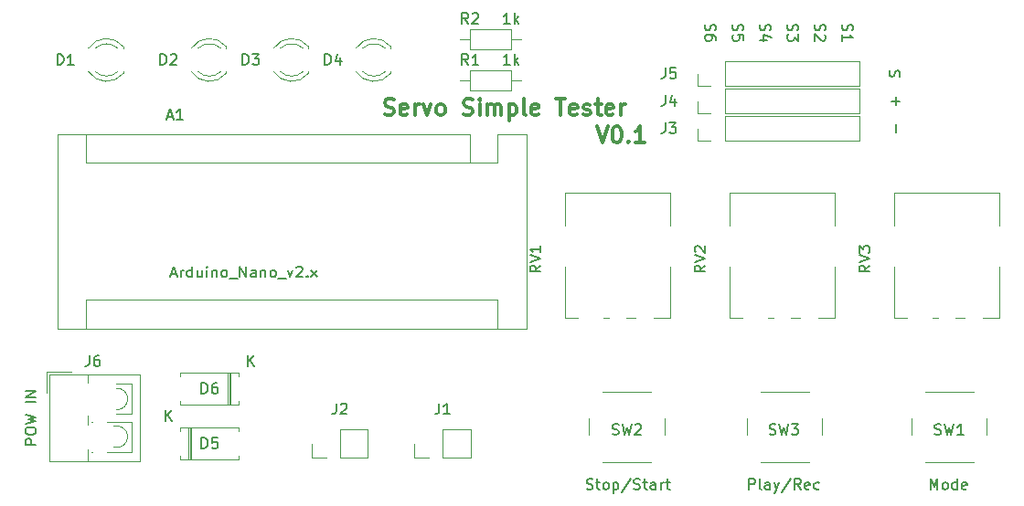
<source format=gbr>
%TF.GenerationSoftware,KiCad,Pcbnew,(5.1.9)-1*%
%TF.CreationDate,2021-09-21T00:59:16-04:00*%
%TF.ProjectId,Servo-Simple-Tester-ver-0.1,53657276-6f2d-4536-996d-706c652d5465,rev?*%
%TF.SameCoordinates,Original*%
%TF.FileFunction,Legend,Top*%
%TF.FilePolarity,Positive*%
%FSLAX46Y46*%
G04 Gerber Fmt 4.6, Leading zero omitted, Abs format (unit mm)*
G04 Created by KiCad (PCBNEW (5.1.9)-1) date 2021-09-21 00:59:16*
%MOMM*%
%LPD*%
G01*
G04 APERTURE LIST*
%ADD10C,0.300000*%
%ADD11C,0.150000*%
%ADD12C,0.120000*%
G04 APERTURE END LIST*
D10*
X114658571Y-93947142D02*
X114872857Y-94018571D01*
X115229999Y-94018571D01*
X115372857Y-93947142D01*
X115444285Y-93875714D01*
X115515714Y-93732857D01*
X115515714Y-93590000D01*
X115444285Y-93447142D01*
X115372857Y-93375714D01*
X115229999Y-93304285D01*
X114944285Y-93232857D01*
X114801428Y-93161428D01*
X114729999Y-93090000D01*
X114658571Y-92947142D01*
X114658571Y-92804285D01*
X114729999Y-92661428D01*
X114801428Y-92590000D01*
X114944285Y-92518571D01*
X115301428Y-92518571D01*
X115515714Y-92590000D01*
X116729999Y-93947142D02*
X116587142Y-94018571D01*
X116301428Y-94018571D01*
X116158571Y-93947142D01*
X116087142Y-93804285D01*
X116087142Y-93232857D01*
X116158571Y-93090000D01*
X116301428Y-93018571D01*
X116587142Y-93018571D01*
X116729999Y-93090000D01*
X116801428Y-93232857D01*
X116801428Y-93375714D01*
X116087142Y-93518571D01*
X117444285Y-94018571D02*
X117444285Y-93018571D01*
X117444285Y-93304285D02*
X117515714Y-93161428D01*
X117587142Y-93090000D01*
X117729999Y-93018571D01*
X117872857Y-93018571D01*
X118229999Y-93018571D02*
X118587142Y-94018571D01*
X118944285Y-93018571D01*
X119729999Y-94018571D02*
X119587142Y-93947142D01*
X119515714Y-93875714D01*
X119444285Y-93732857D01*
X119444285Y-93304285D01*
X119515714Y-93161428D01*
X119587142Y-93090000D01*
X119729999Y-93018571D01*
X119944285Y-93018571D01*
X120087142Y-93090000D01*
X120158571Y-93161428D01*
X120229999Y-93304285D01*
X120229999Y-93732857D01*
X120158571Y-93875714D01*
X120087142Y-93947142D01*
X119944285Y-94018571D01*
X119729999Y-94018571D01*
X121944285Y-93947142D02*
X122158571Y-94018571D01*
X122515714Y-94018571D01*
X122658571Y-93947142D01*
X122729999Y-93875714D01*
X122801428Y-93732857D01*
X122801428Y-93590000D01*
X122729999Y-93447142D01*
X122658571Y-93375714D01*
X122515714Y-93304285D01*
X122229999Y-93232857D01*
X122087142Y-93161428D01*
X122015714Y-93090000D01*
X121944285Y-92947142D01*
X121944285Y-92804285D01*
X122015714Y-92661428D01*
X122087142Y-92590000D01*
X122229999Y-92518571D01*
X122587142Y-92518571D01*
X122801428Y-92590000D01*
X123444285Y-94018571D02*
X123444285Y-93018571D01*
X123444285Y-92518571D02*
X123372857Y-92590000D01*
X123444285Y-92661428D01*
X123515714Y-92590000D01*
X123444285Y-92518571D01*
X123444285Y-92661428D01*
X124158571Y-94018571D02*
X124158571Y-93018571D01*
X124158571Y-93161428D02*
X124230000Y-93090000D01*
X124372857Y-93018571D01*
X124587142Y-93018571D01*
X124730000Y-93090000D01*
X124801428Y-93232857D01*
X124801428Y-94018571D01*
X124801428Y-93232857D02*
X124872857Y-93090000D01*
X125015714Y-93018571D01*
X125230000Y-93018571D01*
X125372857Y-93090000D01*
X125444285Y-93232857D01*
X125444285Y-94018571D01*
X126158571Y-93018571D02*
X126158571Y-94518571D01*
X126158571Y-93090000D02*
X126301428Y-93018571D01*
X126587142Y-93018571D01*
X126730000Y-93090000D01*
X126801428Y-93161428D01*
X126872857Y-93304285D01*
X126872857Y-93732857D01*
X126801428Y-93875714D01*
X126730000Y-93947142D01*
X126587142Y-94018571D01*
X126301428Y-94018571D01*
X126158571Y-93947142D01*
X127729999Y-94018571D02*
X127587142Y-93947142D01*
X127515714Y-93804285D01*
X127515714Y-92518571D01*
X128872857Y-93947142D02*
X128729999Y-94018571D01*
X128444285Y-94018571D01*
X128301428Y-93947142D01*
X128229999Y-93804285D01*
X128229999Y-93232857D01*
X128301428Y-93090000D01*
X128444285Y-93018571D01*
X128729999Y-93018571D01*
X128872857Y-93090000D01*
X128944285Y-93232857D01*
X128944285Y-93375714D01*
X128229999Y-93518571D01*
X130515714Y-92518571D02*
X131372857Y-92518571D01*
X130944285Y-94018571D02*
X130944285Y-92518571D01*
X132444285Y-93947142D02*
X132301428Y-94018571D01*
X132015714Y-94018571D01*
X131872857Y-93947142D01*
X131801428Y-93804285D01*
X131801428Y-93232857D01*
X131872857Y-93090000D01*
X132015714Y-93018571D01*
X132301428Y-93018571D01*
X132444285Y-93090000D01*
X132515714Y-93232857D01*
X132515714Y-93375714D01*
X131801428Y-93518571D01*
X133087142Y-93947142D02*
X133230000Y-94018571D01*
X133515714Y-94018571D01*
X133658571Y-93947142D01*
X133730000Y-93804285D01*
X133730000Y-93732857D01*
X133658571Y-93590000D01*
X133515714Y-93518571D01*
X133301428Y-93518571D01*
X133158571Y-93447142D01*
X133087142Y-93304285D01*
X133087142Y-93232857D01*
X133158571Y-93090000D01*
X133301428Y-93018571D01*
X133515714Y-93018571D01*
X133658571Y-93090000D01*
X134158571Y-93018571D02*
X134730000Y-93018571D01*
X134372857Y-92518571D02*
X134372857Y-93804285D01*
X134444285Y-93947142D01*
X134587142Y-94018571D01*
X134730000Y-94018571D01*
X135801428Y-93947142D02*
X135658571Y-94018571D01*
X135372857Y-94018571D01*
X135230000Y-93947142D01*
X135158571Y-93804285D01*
X135158571Y-93232857D01*
X135230000Y-93090000D01*
X135372857Y-93018571D01*
X135658571Y-93018571D01*
X135801428Y-93090000D01*
X135872857Y-93232857D01*
X135872857Y-93375714D01*
X135158571Y-93518571D01*
X136515714Y-94018571D02*
X136515714Y-93018571D01*
X136515714Y-93304285D02*
X136587142Y-93161428D01*
X136658571Y-93090000D01*
X136801428Y-93018571D01*
X136944285Y-93018571D01*
X134301428Y-95068571D02*
X134801428Y-96568571D01*
X135301428Y-95068571D01*
X136087142Y-95068571D02*
X136230000Y-95068571D01*
X136372857Y-95140000D01*
X136444285Y-95211428D01*
X136515714Y-95354285D01*
X136587142Y-95640000D01*
X136587142Y-95997142D01*
X136515714Y-96282857D01*
X136444285Y-96425714D01*
X136372857Y-96497142D01*
X136230000Y-96568571D01*
X136087142Y-96568571D01*
X135944285Y-96497142D01*
X135872857Y-96425714D01*
X135801428Y-96282857D01*
X135730000Y-95997142D01*
X135730000Y-95640000D01*
X135801428Y-95354285D01*
X135872857Y-95211428D01*
X135944285Y-95140000D01*
X136087142Y-95068571D01*
X137230000Y-96425714D02*
X137301428Y-96497142D01*
X137230000Y-96568571D01*
X137158571Y-96497142D01*
X137230000Y-96425714D01*
X137230000Y-96568571D01*
X138730000Y-96568571D02*
X137872857Y-96568571D01*
X138301428Y-96568571D02*
X138301428Y-95068571D01*
X138158571Y-95282857D01*
X138015714Y-95425714D01*
X137872857Y-95497142D01*
D11*
X144375238Y-85598095D02*
X144327619Y-85740952D01*
X144327619Y-85979047D01*
X144375238Y-86074285D01*
X144422857Y-86121904D01*
X144518095Y-86169523D01*
X144613333Y-86169523D01*
X144708571Y-86121904D01*
X144756190Y-86074285D01*
X144803809Y-85979047D01*
X144851428Y-85788571D01*
X144899047Y-85693333D01*
X144946666Y-85645714D01*
X145041904Y-85598095D01*
X145137142Y-85598095D01*
X145232380Y-85645714D01*
X145280000Y-85693333D01*
X145327619Y-85788571D01*
X145327619Y-86026666D01*
X145280000Y-86169523D01*
X145327619Y-87026666D02*
X145327619Y-86836190D01*
X145280000Y-86740952D01*
X145232380Y-86693333D01*
X145089523Y-86598095D01*
X144899047Y-86550476D01*
X144518095Y-86550476D01*
X144422857Y-86598095D01*
X144375238Y-86645714D01*
X144327619Y-86740952D01*
X144327619Y-86931428D01*
X144375238Y-87026666D01*
X144422857Y-87074285D01*
X144518095Y-87121904D01*
X144756190Y-87121904D01*
X144851428Y-87074285D01*
X144899047Y-87026666D01*
X144946666Y-86931428D01*
X144946666Y-86740952D01*
X144899047Y-86645714D01*
X144851428Y-86598095D01*
X144756190Y-86550476D01*
X146915238Y-85598095D02*
X146867619Y-85740952D01*
X146867619Y-85979047D01*
X146915238Y-86074285D01*
X146962857Y-86121904D01*
X147058095Y-86169523D01*
X147153333Y-86169523D01*
X147248571Y-86121904D01*
X147296190Y-86074285D01*
X147343809Y-85979047D01*
X147391428Y-85788571D01*
X147439047Y-85693333D01*
X147486666Y-85645714D01*
X147581904Y-85598095D01*
X147677142Y-85598095D01*
X147772380Y-85645714D01*
X147820000Y-85693333D01*
X147867619Y-85788571D01*
X147867619Y-86026666D01*
X147820000Y-86169523D01*
X147867619Y-87074285D02*
X147867619Y-86598095D01*
X147391428Y-86550476D01*
X147439047Y-86598095D01*
X147486666Y-86693333D01*
X147486666Y-86931428D01*
X147439047Y-87026666D01*
X147391428Y-87074285D01*
X147296190Y-87121904D01*
X147058095Y-87121904D01*
X146962857Y-87074285D01*
X146915238Y-87026666D01*
X146867619Y-86931428D01*
X146867619Y-86693333D01*
X146915238Y-86598095D01*
X146962857Y-86550476D01*
X149455238Y-85598095D02*
X149407619Y-85740952D01*
X149407619Y-85979047D01*
X149455238Y-86074285D01*
X149502857Y-86121904D01*
X149598095Y-86169523D01*
X149693333Y-86169523D01*
X149788571Y-86121904D01*
X149836190Y-86074285D01*
X149883809Y-85979047D01*
X149931428Y-85788571D01*
X149979047Y-85693333D01*
X150026666Y-85645714D01*
X150121904Y-85598095D01*
X150217142Y-85598095D01*
X150312380Y-85645714D01*
X150360000Y-85693333D01*
X150407619Y-85788571D01*
X150407619Y-86026666D01*
X150360000Y-86169523D01*
X150074285Y-87026666D02*
X149407619Y-87026666D01*
X150455238Y-86788571D02*
X149740952Y-86550476D01*
X149740952Y-87169523D01*
X151995238Y-85598095D02*
X151947619Y-85740952D01*
X151947619Y-85979047D01*
X151995238Y-86074285D01*
X152042857Y-86121904D01*
X152138095Y-86169523D01*
X152233333Y-86169523D01*
X152328571Y-86121904D01*
X152376190Y-86074285D01*
X152423809Y-85979047D01*
X152471428Y-85788571D01*
X152519047Y-85693333D01*
X152566666Y-85645714D01*
X152661904Y-85598095D01*
X152757142Y-85598095D01*
X152852380Y-85645714D01*
X152900000Y-85693333D01*
X152947619Y-85788571D01*
X152947619Y-86026666D01*
X152900000Y-86169523D01*
X152947619Y-86502857D02*
X152947619Y-87121904D01*
X152566666Y-86788571D01*
X152566666Y-86931428D01*
X152519047Y-87026666D01*
X152471428Y-87074285D01*
X152376190Y-87121904D01*
X152138095Y-87121904D01*
X152042857Y-87074285D01*
X151995238Y-87026666D01*
X151947619Y-86931428D01*
X151947619Y-86645714D01*
X151995238Y-86550476D01*
X152042857Y-86502857D01*
X154535238Y-85598095D02*
X154487619Y-85740952D01*
X154487619Y-85979047D01*
X154535238Y-86074285D01*
X154582857Y-86121904D01*
X154678095Y-86169523D01*
X154773333Y-86169523D01*
X154868571Y-86121904D01*
X154916190Y-86074285D01*
X154963809Y-85979047D01*
X155011428Y-85788571D01*
X155059047Y-85693333D01*
X155106666Y-85645714D01*
X155201904Y-85598095D01*
X155297142Y-85598095D01*
X155392380Y-85645714D01*
X155440000Y-85693333D01*
X155487619Y-85788571D01*
X155487619Y-86026666D01*
X155440000Y-86169523D01*
X155392380Y-86550476D02*
X155440000Y-86598095D01*
X155487619Y-86693333D01*
X155487619Y-86931428D01*
X155440000Y-87026666D01*
X155392380Y-87074285D01*
X155297142Y-87121904D01*
X155201904Y-87121904D01*
X155059047Y-87074285D01*
X154487619Y-86502857D01*
X154487619Y-87121904D01*
X157075238Y-85598095D02*
X157027619Y-85740952D01*
X157027619Y-85979047D01*
X157075238Y-86074285D01*
X157122857Y-86121904D01*
X157218095Y-86169523D01*
X157313333Y-86169523D01*
X157408571Y-86121904D01*
X157456190Y-86074285D01*
X157503809Y-85979047D01*
X157551428Y-85788571D01*
X157599047Y-85693333D01*
X157646666Y-85645714D01*
X157741904Y-85598095D01*
X157837142Y-85598095D01*
X157932380Y-85645714D01*
X157980000Y-85693333D01*
X158027619Y-85788571D01*
X158027619Y-86026666D01*
X157980000Y-86169523D01*
X157027619Y-87121904D02*
X157027619Y-86550476D01*
X157027619Y-86836190D02*
X158027619Y-86836190D01*
X157884761Y-86740952D01*
X157789523Y-86645714D01*
X157741904Y-86550476D01*
D12*
%TO.C,J5*%
X146151600Y-89027000D02*
X158623000Y-89027000D01*
X146151600Y-91313000D02*
X158623000Y-91313000D01*
X158623000Y-91313000D02*
X158623000Y-89027000D01*
X146151600Y-91313000D02*
X146151600Y-89027000D01*
X144780000Y-91313000D02*
X143637000Y-91313000D01*
X143637000Y-91313000D02*
X143637000Y-90160800D01*
%TO.C,J4*%
X146151600Y-91567000D02*
X158623000Y-91567000D01*
X146151600Y-93853000D02*
X158623000Y-93853000D01*
X158623000Y-93853000D02*
X158623000Y-91567000D01*
X146151600Y-93853000D02*
X146151600Y-91567000D01*
X144780000Y-93853000D02*
X143637000Y-93853000D01*
X143637000Y-93853000D02*
X143637000Y-92700800D01*
%TO.C,J3*%
X146151600Y-94107000D02*
X158623000Y-94107000D01*
X146151600Y-96393000D02*
X158623000Y-96393000D01*
X158623000Y-96393000D02*
X158623000Y-94107000D01*
X146151600Y-96393000D02*
X146151600Y-94107000D01*
X144780000Y-96393000D02*
X143637000Y-96393000D01*
X143637000Y-96393000D02*
X143637000Y-95240800D01*
%TO.C,D1*%
X90460000Y-90136000D02*
X90460000Y-89980000D01*
X90460000Y-87820000D02*
X90460000Y-87664000D01*
X87858870Y-87820163D02*
G75*
G02*
X89940961Y-87820000I1041130J-1079837D01*
G01*
X87858870Y-89979837D02*
G75*
G03*
X89940961Y-89980000I1041130J1079837D01*
G01*
X87227665Y-87821392D02*
G75*
G02*
X90460000Y-87664484I1672335J-1078608D01*
G01*
X87227665Y-89978608D02*
G75*
G03*
X90460000Y-90135516I1672335J1078608D01*
G01*
%TO.C,J2*%
X113090000Y-125790000D02*
X113090000Y-123130000D01*
X110490000Y-125790000D02*
X113090000Y-125790000D01*
X110490000Y-123130000D02*
X113090000Y-123130000D01*
X110490000Y-125790000D02*
X110490000Y-123130000D01*
X109220000Y-125790000D02*
X107890000Y-125790000D01*
X107890000Y-125790000D02*
X107890000Y-124460000D01*
%TO.C,J1*%
X122615000Y-125790000D02*
X122615000Y-123130000D01*
X120015000Y-125790000D02*
X122615000Y-125790000D01*
X120015000Y-123130000D02*
X122615000Y-123130000D01*
X120015000Y-125790000D02*
X120015000Y-123130000D01*
X118745000Y-125790000D02*
X117415000Y-125790000D01*
X117415000Y-125790000D02*
X117415000Y-124460000D01*
%TO.C,SW3*%
X149440000Y-126150000D02*
X153940000Y-126150000D01*
X148190000Y-122150000D02*
X148190000Y-123650000D01*
X153940000Y-119650000D02*
X149440000Y-119650000D01*
X155190000Y-123650000D02*
X155190000Y-122150000D01*
%TO.C,SW2*%
X134835000Y-126150000D02*
X139335000Y-126150000D01*
X133585000Y-122150000D02*
X133585000Y-123650000D01*
X139335000Y-119650000D02*
X134835000Y-119650000D01*
X140585000Y-123650000D02*
X140585000Y-122150000D01*
%TO.C,SW1*%
X164680000Y-126150000D02*
X169180000Y-126150000D01*
X163430000Y-122150000D02*
X163430000Y-123650000D01*
X169180000Y-119650000D02*
X164680000Y-119650000D01*
X170430000Y-123650000D02*
X170430000Y-122150000D01*
%TO.C,RV3*%
X171570000Y-101235000D02*
X161830000Y-101235000D01*
X171570000Y-112825000D02*
X170080000Y-112825000D01*
X171570000Y-104295000D02*
X171570000Y-101235000D01*
X161830000Y-112825000D02*
X161830000Y-108105000D01*
X161830000Y-104295000D02*
X161830000Y-101235000D01*
X171570000Y-112825000D02*
X171570000Y-108105000D01*
X163010000Y-112825000D02*
X161830000Y-112825000D01*
X165910000Y-112825000D02*
X165380000Y-112825000D01*
X168360000Y-112825000D02*
X167530000Y-112825000D01*
%TO.C,RV2*%
X156330000Y-101235000D02*
X146590000Y-101235000D01*
X156330000Y-112825000D02*
X154840000Y-112825000D01*
X156330000Y-104295000D02*
X156330000Y-101235000D01*
X146590000Y-112825000D02*
X146590000Y-108105000D01*
X146590000Y-104295000D02*
X146590000Y-101235000D01*
X156330000Y-112825000D02*
X156330000Y-108105000D01*
X147770000Y-112825000D02*
X146590000Y-112825000D01*
X150670000Y-112825000D02*
X150140000Y-112825000D01*
X153120000Y-112825000D02*
X152290000Y-112825000D01*
%TO.C,RV1*%
X141090000Y-101235000D02*
X131350000Y-101235000D01*
X141090000Y-112825000D02*
X139600000Y-112825000D01*
X141090000Y-104295000D02*
X141090000Y-101235000D01*
X131350000Y-112825000D02*
X131350000Y-108105000D01*
X131350000Y-104295000D02*
X131350000Y-101235000D01*
X141090000Y-112825000D02*
X141090000Y-108105000D01*
X132530000Y-112825000D02*
X131350000Y-112825000D01*
X135430000Y-112825000D02*
X134900000Y-112825000D01*
X137880000Y-112825000D02*
X137050000Y-112825000D01*
%TO.C,R2*%
X122540000Y-86075000D02*
X122540000Y-87915000D01*
X122540000Y-87915000D02*
X126380000Y-87915000D01*
X126380000Y-87915000D02*
X126380000Y-86075000D01*
X126380000Y-86075000D02*
X122540000Y-86075000D01*
X121590000Y-86995000D02*
X122540000Y-86995000D01*
X127330000Y-86995000D02*
X126380000Y-86995000D01*
%TO.C,R1*%
X126380000Y-91725000D02*
X126380000Y-89885000D01*
X126380000Y-89885000D02*
X122540000Y-89885000D01*
X122540000Y-89885000D02*
X122540000Y-91725000D01*
X122540000Y-91725000D02*
X126380000Y-91725000D01*
X127330000Y-90805000D02*
X126380000Y-90805000D01*
X121590000Y-90805000D02*
X122540000Y-90805000D01*
%TO.C,J6*%
X87164000Y-118015000D02*
X87164000Y-118785000D01*
X87164000Y-121865000D02*
X87164000Y-122692000D01*
X87164000Y-124959000D02*
X87164000Y-126135000D01*
X92025000Y-118015000D02*
X92025000Y-126135000D01*
X83605000Y-118015000D02*
X83605000Y-126135000D01*
X92025000Y-118015000D02*
X83605000Y-118015000D01*
X92025000Y-126135000D02*
X83605000Y-126135000D01*
X91265000Y-118925000D02*
X91265000Y-121725000D01*
X91265000Y-118925000D02*
X89805000Y-118925000D01*
X91265000Y-121725000D02*
X89805000Y-121725000D01*
X91265000Y-122425000D02*
X91265000Y-125225000D01*
X87515000Y-122425000D02*
X87515000Y-122426000D01*
X87515000Y-125225000D02*
X87515000Y-125225000D01*
X91265000Y-122425000D02*
X88954000Y-122425000D01*
X87576000Y-122425000D02*
X87515000Y-122425000D01*
X91265000Y-125225000D02*
X88954000Y-125225000D01*
X87576000Y-125225000D02*
X87515000Y-125225000D01*
X85605000Y-117775000D02*
X83365000Y-117775000D01*
X83365000Y-117775000D02*
X83365000Y-119775000D01*
X89522767Y-122885085D02*
G75*
G02*
X89523000Y-124765000I342233J-939915D01*
G01*
X89794434Y-119327110D02*
G75*
G02*
X89796000Y-121323000I70566J-997890D01*
G01*
%TO.C,D6*%
X101145000Y-120520000D02*
X101145000Y-120850000D01*
X101145000Y-120850000D02*
X95705000Y-120850000D01*
X95705000Y-120850000D02*
X95705000Y-120520000D01*
X101145000Y-118240000D02*
X101145000Y-117910000D01*
X101145000Y-117910000D02*
X95705000Y-117910000D01*
X95705000Y-117910000D02*
X95705000Y-118240000D01*
X100245000Y-120850000D02*
X100245000Y-117910000D01*
X100125000Y-120850000D02*
X100125000Y-117910000D01*
X100365000Y-120850000D02*
X100365000Y-117910000D01*
%TO.C,D5*%
X95705000Y-123320000D02*
X95705000Y-122990000D01*
X95705000Y-122990000D02*
X101145000Y-122990000D01*
X101145000Y-122990000D02*
X101145000Y-123320000D01*
X95705000Y-125600000D02*
X95705000Y-125930000D01*
X95705000Y-125930000D02*
X101145000Y-125930000D01*
X101145000Y-125930000D02*
X101145000Y-125600000D01*
X96605000Y-122990000D02*
X96605000Y-125930000D01*
X96725000Y-122990000D02*
X96725000Y-125930000D01*
X96485000Y-122990000D02*
X96485000Y-125930000D01*
%TO.C,D4*%
X115225000Y-90136000D02*
X115225000Y-89980000D01*
X115225000Y-87820000D02*
X115225000Y-87664000D01*
X112623870Y-87820163D02*
G75*
G02*
X114705961Y-87820000I1041130J-1079837D01*
G01*
X112623870Y-89979837D02*
G75*
G03*
X114705961Y-89980000I1041130J1079837D01*
G01*
X111992665Y-87821392D02*
G75*
G02*
X115225000Y-87664484I1672335J-1078608D01*
G01*
X111992665Y-89978608D02*
G75*
G03*
X115225000Y-90135516I1672335J1078608D01*
G01*
%TO.C,D3*%
X107605000Y-90136000D02*
X107605000Y-89980000D01*
X107605000Y-87820000D02*
X107605000Y-87664000D01*
X105003870Y-87820163D02*
G75*
G02*
X107085961Y-87820000I1041130J-1079837D01*
G01*
X105003870Y-89979837D02*
G75*
G03*
X107085961Y-89980000I1041130J1079837D01*
G01*
X104372665Y-87821392D02*
G75*
G02*
X107605000Y-87664484I1672335J-1078608D01*
G01*
X104372665Y-89978608D02*
G75*
G03*
X107605000Y-90135516I1672335J1078608D01*
G01*
%TO.C,D2*%
X99985000Y-90136000D02*
X99985000Y-89980000D01*
X99985000Y-87820000D02*
X99985000Y-87664000D01*
X97383870Y-87820163D02*
G75*
G02*
X99465961Y-87820000I1041130J-1079837D01*
G01*
X97383870Y-89979837D02*
G75*
G03*
X99465961Y-89980000I1041130J1079837D01*
G01*
X96752665Y-87821392D02*
G75*
G02*
X99985000Y-87664484I1672335J-1078608D01*
G01*
X96752665Y-89978608D02*
G75*
G03*
X99985000Y-90135516I1672335J1078608D01*
G01*
%TO.C,A1*%
X122555000Y-98425000D02*
X125095000Y-98425000D01*
X125095000Y-98425000D02*
X125095000Y-95755000D01*
X122555000Y-95755000D02*
X84325000Y-95755000D01*
X127765000Y-95755000D02*
X125095000Y-95755000D01*
X125095000Y-111125000D02*
X125095000Y-113795000D01*
X125095000Y-111125000D02*
X86995000Y-111125000D01*
X86995000Y-111125000D02*
X86995000Y-113795000D01*
X122555000Y-98425000D02*
X122555000Y-95755000D01*
X122555000Y-98425000D02*
X86995000Y-98425000D01*
X86995000Y-98425000D02*
X86995000Y-95755000D01*
X84325000Y-95755000D02*
X84325000Y-113795000D01*
X84325000Y-113795000D02*
X127765000Y-113795000D01*
X127765000Y-113795000D02*
X127765000Y-95755000D01*
%TO.C,J5*%
D11*
X140636666Y-89622380D02*
X140636666Y-90336666D01*
X140589047Y-90479523D01*
X140493809Y-90574761D01*
X140350952Y-90622380D01*
X140255714Y-90622380D01*
X141589047Y-89622380D02*
X141112857Y-89622380D01*
X141065238Y-90098571D01*
X141112857Y-90050952D01*
X141208095Y-90003333D01*
X141446190Y-90003333D01*
X141541428Y-90050952D01*
X141589047Y-90098571D01*
X141636666Y-90193809D01*
X141636666Y-90431904D01*
X141589047Y-90527142D01*
X141541428Y-90574761D01*
X141446190Y-90622380D01*
X141208095Y-90622380D01*
X141112857Y-90574761D01*
X141065238Y-90527142D01*
X162329761Y-90455714D02*
X162377380Y-90312857D01*
X162377380Y-90074761D01*
X162329761Y-89979523D01*
X162282142Y-89931904D01*
X162186904Y-89884285D01*
X162091666Y-89884285D01*
X161996428Y-89931904D01*
X161948809Y-89979523D01*
X161901190Y-90074761D01*
X161853571Y-90265238D01*
X161805952Y-90360476D01*
X161758333Y-90408095D01*
X161663095Y-90455714D01*
X161567857Y-90455714D01*
X161472619Y-90408095D01*
X161425000Y-90360476D01*
X161377380Y-90265238D01*
X161377380Y-90027142D01*
X161425000Y-89884285D01*
%TO.C,J4*%
X140636666Y-92162380D02*
X140636666Y-92876666D01*
X140589047Y-93019523D01*
X140493809Y-93114761D01*
X140350952Y-93162380D01*
X140255714Y-93162380D01*
X141541428Y-92495714D02*
X141541428Y-93162380D01*
X141303333Y-92114761D02*
X141065238Y-92829047D01*
X141684285Y-92829047D01*
X161996428Y-93090952D02*
X161996428Y-92329047D01*
X162377380Y-92710000D02*
X161615476Y-92710000D01*
%TO.C,J3*%
X140636666Y-94702380D02*
X140636666Y-95416666D01*
X140589047Y-95559523D01*
X140493809Y-95654761D01*
X140350952Y-95702380D01*
X140255714Y-95702380D01*
X141017619Y-94702380D02*
X141636666Y-94702380D01*
X141303333Y-95083333D01*
X141446190Y-95083333D01*
X141541428Y-95130952D01*
X141589047Y-95178571D01*
X141636666Y-95273809D01*
X141636666Y-95511904D01*
X141589047Y-95607142D01*
X141541428Y-95654761D01*
X141446190Y-95702380D01*
X141160476Y-95702380D01*
X141065238Y-95654761D01*
X141017619Y-95607142D01*
X161996428Y-95630952D02*
X161996428Y-94869047D01*
%TO.C,D1*%
X84351904Y-89352380D02*
X84351904Y-88352380D01*
X84590000Y-88352380D01*
X84732857Y-88400000D01*
X84828095Y-88495238D01*
X84875714Y-88590476D01*
X84923333Y-88780952D01*
X84923333Y-88923809D01*
X84875714Y-89114285D01*
X84828095Y-89209523D01*
X84732857Y-89304761D01*
X84590000Y-89352380D01*
X84351904Y-89352380D01*
X85875714Y-89352380D02*
X85304285Y-89352380D01*
X85590000Y-89352380D02*
X85590000Y-88352380D01*
X85494761Y-88495238D01*
X85399523Y-88590476D01*
X85304285Y-88638095D01*
%TO.C,J2*%
X110156666Y-120737380D02*
X110156666Y-121451666D01*
X110109047Y-121594523D01*
X110013809Y-121689761D01*
X109870952Y-121737380D01*
X109775714Y-121737380D01*
X110585238Y-120832619D02*
X110632857Y-120785000D01*
X110728095Y-120737380D01*
X110966190Y-120737380D01*
X111061428Y-120785000D01*
X111109047Y-120832619D01*
X111156666Y-120927857D01*
X111156666Y-121023095D01*
X111109047Y-121165952D01*
X110537619Y-121737380D01*
X111156666Y-121737380D01*
%TO.C,J1*%
X119681666Y-120737380D02*
X119681666Y-121451666D01*
X119634047Y-121594523D01*
X119538809Y-121689761D01*
X119395952Y-121737380D01*
X119300714Y-121737380D01*
X120681666Y-121737380D02*
X120110238Y-121737380D01*
X120395952Y-121737380D02*
X120395952Y-120737380D01*
X120300714Y-120880238D01*
X120205476Y-120975476D01*
X120110238Y-121023095D01*
%TO.C,SW3*%
X150281666Y-123594761D02*
X150424523Y-123642380D01*
X150662619Y-123642380D01*
X150757857Y-123594761D01*
X150805476Y-123547142D01*
X150853095Y-123451904D01*
X150853095Y-123356666D01*
X150805476Y-123261428D01*
X150757857Y-123213809D01*
X150662619Y-123166190D01*
X150472142Y-123118571D01*
X150376904Y-123070952D01*
X150329285Y-123023333D01*
X150281666Y-122928095D01*
X150281666Y-122832857D01*
X150329285Y-122737619D01*
X150376904Y-122690000D01*
X150472142Y-122642380D01*
X150710238Y-122642380D01*
X150853095Y-122690000D01*
X151186428Y-122642380D02*
X151424523Y-123642380D01*
X151615000Y-122928095D01*
X151805476Y-123642380D01*
X152043571Y-122642380D01*
X152329285Y-122642380D02*
X152948333Y-122642380D01*
X152615000Y-123023333D01*
X152757857Y-123023333D01*
X152853095Y-123070952D01*
X152900714Y-123118571D01*
X152948333Y-123213809D01*
X152948333Y-123451904D01*
X152900714Y-123547142D01*
X152853095Y-123594761D01*
X152757857Y-123642380D01*
X152472142Y-123642380D01*
X152376904Y-123594761D01*
X152329285Y-123547142D01*
X148376904Y-128722380D02*
X148376904Y-127722380D01*
X148757857Y-127722380D01*
X148853095Y-127770000D01*
X148900714Y-127817619D01*
X148948333Y-127912857D01*
X148948333Y-128055714D01*
X148900714Y-128150952D01*
X148853095Y-128198571D01*
X148757857Y-128246190D01*
X148376904Y-128246190D01*
X149519761Y-128722380D02*
X149424523Y-128674761D01*
X149376904Y-128579523D01*
X149376904Y-127722380D01*
X150329285Y-128722380D02*
X150329285Y-128198571D01*
X150281666Y-128103333D01*
X150186428Y-128055714D01*
X149995952Y-128055714D01*
X149900714Y-128103333D01*
X150329285Y-128674761D02*
X150234047Y-128722380D01*
X149995952Y-128722380D01*
X149900714Y-128674761D01*
X149853095Y-128579523D01*
X149853095Y-128484285D01*
X149900714Y-128389047D01*
X149995952Y-128341428D01*
X150234047Y-128341428D01*
X150329285Y-128293809D01*
X150710238Y-128055714D02*
X150948333Y-128722380D01*
X151186428Y-128055714D02*
X150948333Y-128722380D01*
X150853095Y-128960476D01*
X150805476Y-129008095D01*
X150710238Y-129055714D01*
X152281666Y-127674761D02*
X151424523Y-128960476D01*
X153186428Y-128722380D02*
X152853095Y-128246190D01*
X152615000Y-128722380D02*
X152615000Y-127722380D01*
X152995952Y-127722380D01*
X153091190Y-127770000D01*
X153138809Y-127817619D01*
X153186428Y-127912857D01*
X153186428Y-128055714D01*
X153138809Y-128150952D01*
X153091190Y-128198571D01*
X152995952Y-128246190D01*
X152615000Y-128246190D01*
X153995952Y-128674761D02*
X153900714Y-128722380D01*
X153710238Y-128722380D01*
X153615000Y-128674761D01*
X153567380Y-128579523D01*
X153567380Y-128198571D01*
X153615000Y-128103333D01*
X153710238Y-128055714D01*
X153900714Y-128055714D01*
X153995952Y-128103333D01*
X154043571Y-128198571D01*
X154043571Y-128293809D01*
X153567380Y-128389047D01*
X154900714Y-128674761D02*
X154805476Y-128722380D01*
X154615000Y-128722380D01*
X154519761Y-128674761D01*
X154472142Y-128627142D01*
X154424523Y-128531904D01*
X154424523Y-128246190D01*
X154472142Y-128150952D01*
X154519761Y-128103333D01*
X154615000Y-128055714D01*
X154805476Y-128055714D01*
X154900714Y-128103333D01*
%TO.C,SW2*%
X135751666Y-123594761D02*
X135894523Y-123642380D01*
X136132619Y-123642380D01*
X136227857Y-123594761D01*
X136275476Y-123547142D01*
X136323095Y-123451904D01*
X136323095Y-123356666D01*
X136275476Y-123261428D01*
X136227857Y-123213809D01*
X136132619Y-123166190D01*
X135942142Y-123118571D01*
X135846904Y-123070952D01*
X135799285Y-123023333D01*
X135751666Y-122928095D01*
X135751666Y-122832857D01*
X135799285Y-122737619D01*
X135846904Y-122690000D01*
X135942142Y-122642380D01*
X136180238Y-122642380D01*
X136323095Y-122690000D01*
X136656428Y-122642380D02*
X136894523Y-123642380D01*
X137085000Y-122928095D01*
X137275476Y-123642380D01*
X137513571Y-122642380D01*
X137846904Y-122737619D02*
X137894523Y-122690000D01*
X137989761Y-122642380D01*
X138227857Y-122642380D01*
X138323095Y-122690000D01*
X138370714Y-122737619D01*
X138418333Y-122832857D01*
X138418333Y-122928095D01*
X138370714Y-123070952D01*
X137799285Y-123642380D01*
X138418333Y-123642380D01*
X133350476Y-128674761D02*
X133493333Y-128722380D01*
X133731428Y-128722380D01*
X133826666Y-128674761D01*
X133874285Y-128627142D01*
X133921904Y-128531904D01*
X133921904Y-128436666D01*
X133874285Y-128341428D01*
X133826666Y-128293809D01*
X133731428Y-128246190D01*
X133540952Y-128198571D01*
X133445714Y-128150952D01*
X133398095Y-128103333D01*
X133350476Y-128008095D01*
X133350476Y-127912857D01*
X133398095Y-127817619D01*
X133445714Y-127770000D01*
X133540952Y-127722380D01*
X133779047Y-127722380D01*
X133921904Y-127770000D01*
X134207619Y-128055714D02*
X134588571Y-128055714D01*
X134350476Y-127722380D02*
X134350476Y-128579523D01*
X134398095Y-128674761D01*
X134493333Y-128722380D01*
X134588571Y-128722380D01*
X135064761Y-128722380D02*
X134969523Y-128674761D01*
X134921904Y-128627142D01*
X134874285Y-128531904D01*
X134874285Y-128246190D01*
X134921904Y-128150952D01*
X134969523Y-128103333D01*
X135064761Y-128055714D01*
X135207619Y-128055714D01*
X135302857Y-128103333D01*
X135350476Y-128150952D01*
X135398095Y-128246190D01*
X135398095Y-128531904D01*
X135350476Y-128627142D01*
X135302857Y-128674761D01*
X135207619Y-128722380D01*
X135064761Y-128722380D01*
X135826666Y-128055714D02*
X135826666Y-129055714D01*
X135826666Y-128103333D02*
X135921904Y-128055714D01*
X136112380Y-128055714D01*
X136207619Y-128103333D01*
X136255238Y-128150952D01*
X136302857Y-128246190D01*
X136302857Y-128531904D01*
X136255238Y-128627142D01*
X136207619Y-128674761D01*
X136112380Y-128722380D01*
X135921904Y-128722380D01*
X135826666Y-128674761D01*
X137445714Y-127674761D02*
X136588571Y-128960476D01*
X137731428Y-128674761D02*
X137874285Y-128722380D01*
X138112380Y-128722380D01*
X138207619Y-128674761D01*
X138255238Y-128627142D01*
X138302857Y-128531904D01*
X138302857Y-128436666D01*
X138255238Y-128341428D01*
X138207619Y-128293809D01*
X138112380Y-128246190D01*
X137921904Y-128198571D01*
X137826666Y-128150952D01*
X137779047Y-128103333D01*
X137731428Y-128008095D01*
X137731428Y-127912857D01*
X137779047Y-127817619D01*
X137826666Y-127770000D01*
X137921904Y-127722380D01*
X138160000Y-127722380D01*
X138302857Y-127770000D01*
X138588571Y-128055714D02*
X138969523Y-128055714D01*
X138731428Y-127722380D02*
X138731428Y-128579523D01*
X138779047Y-128674761D01*
X138874285Y-128722380D01*
X138969523Y-128722380D01*
X139731428Y-128722380D02*
X139731428Y-128198571D01*
X139683809Y-128103333D01*
X139588571Y-128055714D01*
X139398095Y-128055714D01*
X139302857Y-128103333D01*
X139731428Y-128674761D02*
X139636190Y-128722380D01*
X139398095Y-128722380D01*
X139302857Y-128674761D01*
X139255238Y-128579523D01*
X139255238Y-128484285D01*
X139302857Y-128389047D01*
X139398095Y-128341428D01*
X139636190Y-128341428D01*
X139731428Y-128293809D01*
X140207619Y-128722380D02*
X140207619Y-128055714D01*
X140207619Y-128246190D02*
X140255238Y-128150952D01*
X140302857Y-128103333D01*
X140398095Y-128055714D01*
X140493333Y-128055714D01*
X140683809Y-128055714D02*
X141064761Y-128055714D01*
X140826666Y-127722380D02*
X140826666Y-128579523D01*
X140874285Y-128674761D01*
X140969523Y-128722380D01*
X141064761Y-128722380D01*
%TO.C,SW1*%
X165596666Y-123594761D02*
X165739523Y-123642380D01*
X165977619Y-123642380D01*
X166072857Y-123594761D01*
X166120476Y-123547142D01*
X166168095Y-123451904D01*
X166168095Y-123356666D01*
X166120476Y-123261428D01*
X166072857Y-123213809D01*
X165977619Y-123166190D01*
X165787142Y-123118571D01*
X165691904Y-123070952D01*
X165644285Y-123023333D01*
X165596666Y-122928095D01*
X165596666Y-122832857D01*
X165644285Y-122737619D01*
X165691904Y-122690000D01*
X165787142Y-122642380D01*
X166025238Y-122642380D01*
X166168095Y-122690000D01*
X166501428Y-122642380D02*
X166739523Y-123642380D01*
X166930000Y-122928095D01*
X167120476Y-123642380D01*
X167358571Y-122642380D01*
X168263333Y-123642380D02*
X167691904Y-123642380D01*
X167977619Y-123642380D02*
X167977619Y-122642380D01*
X167882380Y-122785238D01*
X167787142Y-122880476D01*
X167691904Y-122928095D01*
X165188333Y-128722380D02*
X165188333Y-127722380D01*
X165521666Y-128436666D01*
X165855000Y-127722380D01*
X165855000Y-128722380D01*
X166474047Y-128722380D02*
X166378809Y-128674761D01*
X166331190Y-128627142D01*
X166283571Y-128531904D01*
X166283571Y-128246190D01*
X166331190Y-128150952D01*
X166378809Y-128103333D01*
X166474047Y-128055714D01*
X166616904Y-128055714D01*
X166712142Y-128103333D01*
X166759761Y-128150952D01*
X166807380Y-128246190D01*
X166807380Y-128531904D01*
X166759761Y-128627142D01*
X166712142Y-128674761D01*
X166616904Y-128722380D01*
X166474047Y-128722380D01*
X167664523Y-128722380D02*
X167664523Y-127722380D01*
X167664523Y-128674761D02*
X167569285Y-128722380D01*
X167378809Y-128722380D01*
X167283571Y-128674761D01*
X167235952Y-128627142D01*
X167188333Y-128531904D01*
X167188333Y-128246190D01*
X167235952Y-128150952D01*
X167283571Y-128103333D01*
X167378809Y-128055714D01*
X167569285Y-128055714D01*
X167664523Y-128103333D01*
X168521666Y-128674761D02*
X168426428Y-128722380D01*
X168235952Y-128722380D01*
X168140714Y-128674761D01*
X168093095Y-128579523D01*
X168093095Y-128198571D01*
X168140714Y-128103333D01*
X168235952Y-128055714D01*
X168426428Y-128055714D01*
X168521666Y-128103333D01*
X168569285Y-128198571D01*
X168569285Y-128293809D01*
X168093095Y-128389047D01*
%TO.C,RV3*%
X159592380Y-107950238D02*
X159116190Y-108283571D01*
X159592380Y-108521666D02*
X158592380Y-108521666D01*
X158592380Y-108140714D01*
X158640000Y-108045476D01*
X158687619Y-107997857D01*
X158782857Y-107950238D01*
X158925714Y-107950238D01*
X159020952Y-107997857D01*
X159068571Y-108045476D01*
X159116190Y-108140714D01*
X159116190Y-108521666D01*
X158592380Y-107664523D02*
X159592380Y-107331190D01*
X158592380Y-106997857D01*
X158592380Y-106759761D02*
X158592380Y-106140714D01*
X158973333Y-106474047D01*
X158973333Y-106331190D01*
X159020952Y-106235952D01*
X159068571Y-106188333D01*
X159163809Y-106140714D01*
X159401904Y-106140714D01*
X159497142Y-106188333D01*
X159544761Y-106235952D01*
X159592380Y-106331190D01*
X159592380Y-106616904D01*
X159544761Y-106712142D01*
X159497142Y-106759761D01*
%TO.C,RV2*%
X144352380Y-107950238D02*
X143876190Y-108283571D01*
X144352380Y-108521666D02*
X143352380Y-108521666D01*
X143352380Y-108140714D01*
X143400000Y-108045476D01*
X143447619Y-107997857D01*
X143542857Y-107950238D01*
X143685714Y-107950238D01*
X143780952Y-107997857D01*
X143828571Y-108045476D01*
X143876190Y-108140714D01*
X143876190Y-108521666D01*
X143352380Y-107664523D02*
X144352380Y-107331190D01*
X143352380Y-106997857D01*
X143447619Y-106712142D02*
X143400000Y-106664523D01*
X143352380Y-106569285D01*
X143352380Y-106331190D01*
X143400000Y-106235952D01*
X143447619Y-106188333D01*
X143542857Y-106140714D01*
X143638095Y-106140714D01*
X143780952Y-106188333D01*
X144352380Y-106759761D01*
X144352380Y-106140714D01*
%TO.C,RV1*%
X129112380Y-107950238D02*
X128636190Y-108283571D01*
X129112380Y-108521666D02*
X128112380Y-108521666D01*
X128112380Y-108140714D01*
X128160000Y-108045476D01*
X128207619Y-107997857D01*
X128302857Y-107950238D01*
X128445714Y-107950238D01*
X128540952Y-107997857D01*
X128588571Y-108045476D01*
X128636190Y-108140714D01*
X128636190Y-108521666D01*
X128112380Y-107664523D02*
X129112380Y-107331190D01*
X128112380Y-106997857D01*
X129112380Y-106140714D02*
X129112380Y-106712142D01*
X129112380Y-106426428D02*
X128112380Y-106426428D01*
X128255238Y-106521666D01*
X128350476Y-106616904D01*
X128398095Y-106712142D01*
%TO.C,R2*%
X122388333Y-85527380D02*
X122055000Y-85051190D01*
X121816904Y-85527380D02*
X121816904Y-84527380D01*
X122197857Y-84527380D01*
X122293095Y-84575000D01*
X122340714Y-84622619D01*
X122388333Y-84717857D01*
X122388333Y-84860714D01*
X122340714Y-84955952D01*
X122293095Y-85003571D01*
X122197857Y-85051190D01*
X121816904Y-85051190D01*
X122769285Y-84622619D02*
X122816904Y-84575000D01*
X122912142Y-84527380D01*
X123150238Y-84527380D01*
X123245476Y-84575000D01*
X123293095Y-84622619D01*
X123340714Y-84717857D01*
X123340714Y-84813095D01*
X123293095Y-84955952D01*
X122721666Y-85527380D01*
X123340714Y-85527380D01*
X126245952Y-85542380D02*
X125674523Y-85542380D01*
X125960238Y-85542380D02*
X125960238Y-84542380D01*
X125865000Y-84685238D01*
X125769761Y-84780476D01*
X125674523Y-84828095D01*
X126674523Y-85542380D02*
X126674523Y-84542380D01*
X126769761Y-85161428D02*
X127055476Y-85542380D01*
X127055476Y-84875714D02*
X126674523Y-85256666D01*
%TO.C,R1*%
X122388333Y-89352380D02*
X122055000Y-88876190D01*
X121816904Y-89352380D02*
X121816904Y-88352380D01*
X122197857Y-88352380D01*
X122293095Y-88400000D01*
X122340714Y-88447619D01*
X122388333Y-88542857D01*
X122388333Y-88685714D01*
X122340714Y-88780952D01*
X122293095Y-88828571D01*
X122197857Y-88876190D01*
X121816904Y-88876190D01*
X123340714Y-89352380D02*
X122769285Y-89352380D01*
X123055000Y-89352380D02*
X123055000Y-88352380D01*
X122959761Y-88495238D01*
X122864523Y-88590476D01*
X122769285Y-88638095D01*
X126245952Y-89337380D02*
X125674523Y-89337380D01*
X125960238Y-89337380D02*
X125960238Y-88337380D01*
X125865000Y-88480238D01*
X125769761Y-88575476D01*
X125674523Y-88623095D01*
X126674523Y-89337380D02*
X126674523Y-88337380D01*
X126769761Y-88956428D02*
X127055476Y-89337380D01*
X127055476Y-88670714D02*
X126674523Y-89051666D01*
%TO.C,J6*%
X87296666Y-116292380D02*
X87296666Y-117006666D01*
X87249047Y-117149523D01*
X87153809Y-117244761D01*
X87010952Y-117292380D01*
X86915714Y-117292380D01*
X88201428Y-116292380D02*
X88010952Y-116292380D01*
X87915714Y-116340000D01*
X87868095Y-116387619D01*
X87772857Y-116530476D01*
X87725238Y-116720952D01*
X87725238Y-117101904D01*
X87772857Y-117197142D01*
X87820476Y-117244761D01*
X87915714Y-117292380D01*
X88106190Y-117292380D01*
X88201428Y-117244761D01*
X88249047Y-117197142D01*
X88296666Y-117101904D01*
X88296666Y-116863809D01*
X88249047Y-116768571D01*
X88201428Y-116720952D01*
X88106190Y-116673333D01*
X87915714Y-116673333D01*
X87820476Y-116720952D01*
X87772857Y-116768571D01*
X87725238Y-116863809D01*
X82367380Y-124575000D02*
X81367380Y-124575000D01*
X81367380Y-124194047D01*
X81415000Y-124098809D01*
X81462619Y-124051190D01*
X81557857Y-124003571D01*
X81700714Y-124003571D01*
X81795952Y-124051190D01*
X81843571Y-124098809D01*
X81891190Y-124194047D01*
X81891190Y-124575000D01*
X81367380Y-123384523D02*
X81367380Y-123194047D01*
X81415000Y-123098809D01*
X81510238Y-123003571D01*
X81700714Y-122955952D01*
X82034047Y-122955952D01*
X82224523Y-123003571D01*
X82319761Y-123098809D01*
X82367380Y-123194047D01*
X82367380Y-123384523D01*
X82319761Y-123479761D01*
X82224523Y-123575000D01*
X82034047Y-123622619D01*
X81700714Y-123622619D01*
X81510238Y-123575000D01*
X81415000Y-123479761D01*
X81367380Y-123384523D01*
X81367380Y-122622619D02*
X82367380Y-122384523D01*
X81653095Y-122194047D01*
X82367380Y-122003571D01*
X81367380Y-121765476D01*
X82367380Y-120622619D02*
X81367380Y-120622619D01*
X82367380Y-120146428D02*
X81367380Y-120146428D01*
X82367380Y-119575000D01*
X81367380Y-119575000D01*
%TO.C,D6*%
X97686904Y-119832380D02*
X97686904Y-118832380D01*
X97925000Y-118832380D01*
X98067857Y-118880000D01*
X98163095Y-118975238D01*
X98210714Y-119070476D01*
X98258333Y-119260952D01*
X98258333Y-119403809D01*
X98210714Y-119594285D01*
X98163095Y-119689523D01*
X98067857Y-119784761D01*
X97925000Y-119832380D01*
X97686904Y-119832380D01*
X99115476Y-118832380D02*
X98925000Y-118832380D01*
X98829761Y-118880000D01*
X98782142Y-118927619D01*
X98686904Y-119070476D01*
X98639285Y-119260952D01*
X98639285Y-119641904D01*
X98686904Y-119737142D01*
X98734523Y-119784761D01*
X98829761Y-119832380D01*
X99020238Y-119832380D01*
X99115476Y-119784761D01*
X99163095Y-119737142D01*
X99210714Y-119641904D01*
X99210714Y-119403809D01*
X99163095Y-119308571D01*
X99115476Y-119260952D01*
X99020238Y-119213333D01*
X98829761Y-119213333D01*
X98734523Y-119260952D01*
X98686904Y-119308571D01*
X98639285Y-119403809D01*
X101973095Y-117292380D02*
X101973095Y-116292380D01*
X102544523Y-117292380D02*
X102115952Y-116720952D01*
X102544523Y-116292380D02*
X101973095Y-116863809D01*
%TO.C,D5*%
X97686904Y-124912380D02*
X97686904Y-123912380D01*
X97925000Y-123912380D01*
X98067857Y-123960000D01*
X98163095Y-124055238D01*
X98210714Y-124150476D01*
X98258333Y-124340952D01*
X98258333Y-124483809D01*
X98210714Y-124674285D01*
X98163095Y-124769523D01*
X98067857Y-124864761D01*
X97925000Y-124912380D01*
X97686904Y-124912380D01*
X99163095Y-123912380D02*
X98686904Y-123912380D01*
X98639285Y-124388571D01*
X98686904Y-124340952D01*
X98782142Y-124293333D01*
X99020238Y-124293333D01*
X99115476Y-124340952D01*
X99163095Y-124388571D01*
X99210714Y-124483809D01*
X99210714Y-124721904D01*
X99163095Y-124817142D01*
X99115476Y-124864761D01*
X99020238Y-124912380D01*
X98782142Y-124912380D01*
X98686904Y-124864761D01*
X98639285Y-124817142D01*
X94353095Y-122372380D02*
X94353095Y-121372380D01*
X94924523Y-122372380D02*
X94495952Y-121800952D01*
X94924523Y-121372380D02*
X94353095Y-121943809D01*
%TO.C,D4*%
X109116904Y-89352380D02*
X109116904Y-88352380D01*
X109355000Y-88352380D01*
X109497857Y-88400000D01*
X109593095Y-88495238D01*
X109640714Y-88590476D01*
X109688333Y-88780952D01*
X109688333Y-88923809D01*
X109640714Y-89114285D01*
X109593095Y-89209523D01*
X109497857Y-89304761D01*
X109355000Y-89352380D01*
X109116904Y-89352380D01*
X110545476Y-88685714D02*
X110545476Y-89352380D01*
X110307380Y-88304761D02*
X110069285Y-89019047D01*
X110688333Y-89019047D01*
%TO.C,D3*%
X101496904Y-89352380D02*
X101496904Y-88352380D01*
X101735000Y-88352380D01*
X101877857Y-88400000D01*
X101973095Y-88495238D01*
X102020714Y-88590476D01*
X102068333Y-88780952D01*
X102068333Y-88923809D01*
X102020714Y-89114285D01*
X101973095Y-89209523D01*
X101877857Y-89304761D01*
X101735000Y-89352380D01*
X101496904Y-89352380D01*
X102401666Y-88352380D02*
X103020714Y-88352380D01*
X102687380Y-88733333D01*
X102830238Y-88733333D01*
X102925476Y-88780952D01*
X102973095Y-88828571D01*
X103020714Y-88923809D01*
X103020714Y-89161904D01*
X102973095Y-89257142D01*
X102925476Y-89304761D01*
X102830238Y-89352380D01*
X102544523Y-89352380D01*
X102449285Y-89304761D01*
X102401666Y-89257142D01*
%TO.C,D2*%
X93876904Y-89352380D02*
X93876904Y-88352380D01*
X94115000Y-88352380D01*
X94257857Y-88400000D01*
X94353095Y-88495238D01*
X94400714Y-88590476D01*
X94448333Y-88780952D01*
X94448333Y-88923809D01*
X94400714Y-89114285D01*
X94353095Y-89209523D01*
X94257857Y-89304761D01*
X94115000Y-89352380D01*
X93876904Y-89352380D01*
X94829285Y-88447619D02*
X94876904Y-88400000D01*
X94972142Y-88352380D01*
X95210238Y-88352380D01*
X95305476Y-88400000D01*
X95353095Y-88447619D01*
X95400714Y-88542857D01*
X95400714Y-88638095D01*
X95353095Y-88780952D01*
X94781666Y-89352380D01*
X95400714Y-89352380D01*
%TO.C,A1*%
X94535714Y-94146666D02*
X95011904Y-94146666D01*
X94440476Y-94432380D02*
X94773809Y-93432380D01*
X95107142Y-94432380D01*
X95964285Y-94432380D02*
X95392857Y-94432380D01*
X95678571Y-94432380D02*
X95678571Y-93432380D01*
X95583333Y-93575238D01*
X95488095Y-93670476D01*
X95392857Y-93718095D01*
X94861904Y-108751666D02*
X95338095Y-108751666D01*
X94766666Y-109037380D02*
X95100000Y-108037380D01*
X95433333Y-109037380D01*
X95766666Y-109037380D02*
X95766666Y-108370714D01*
X95766666Y-108561190D02*
X95814285Y-108465952D01*
X95861904Y-108418333D01*
X95957142Y-108370714D01*
X96052380Y-108370714D01*
X96814285Y-109037380D02*
X96814285Y-108037380D01*
X96814285Y-108989761D02*
X96719047Y-109037380D01*
X96528571Y-109037380D01*
X96433333Y-108989761D01*
X96385714Y-108942142D01*
X96338095Y-108846904D01*
X96338095Y-108561190D01*
X96385714Y-108465952D01*
X96433333Y-108418333D01*
X96528571Y-108370714D01*
X96719047Y-108370714D01*
X96814285Y-108418333D01*
X97719047Y-108370714D02*
X97719047Y-109037380D01*
X97290476Y-108370714D02*
X97290476Y-108894523D01*
X97338095Y-108989761D01*
X97433333Y-109037380D01*
X97576190Y-109037380D01*
X97671428Y-108989761D01*
X97719047Y-108942142D01*
X98195238Y-109037380D02*
X98195238Y-108370714D01*
X98195238Y-108037380D02*
X98147619Y-108085000D01*
X98195238Y-108132619D01*
X98242857Y-108085000D01*
X98195238Y-108037380D01*
X98195238Y-108132619D01*
X98671428Y-108370714D02*
X98671428Y-109037380D01*
X98671428Y-108465952D02*
X98719047Y-108418333D01*
X98814285Y-108370714D01*
X98957142Y-108370714D01*
X99052380Y-108418333D01*
X99100000Y-108513571D01*
X99100000Y-109037380D01*
X99719047Y-109037380D02*
X99623809Y-108989761D01*
X99576190Y-108942142D01*
X99528571Y-108846904D01*
X99528571Y-108561190D01*
X99576190Y-108465952D01*
X99623809Y-108418333D01*
X99719047Y-108370714D01*
X99861904Y-108370714D01*
X99957142Y-108418333D01*
X100004761Y-108465952D01*
X100052380Y-108561190D01*
X100052380Y-108846904D01*
X100004761Y-108942142D01*
X99957142Y-108989761D01*
X99861904Y-109037380D01*
X99719047Y-109037380D01*
X100242857Y-109132619D02*
X101004761Y-109132619D01*
X101242857Y-109037380D02*
X101242857Y-108037380D01*
X101814285Y-109037380D01*
X101814285Y-108037380D01*
X102719047Y-109037380D02*
X102719047Y-108513571D01*
X102671428Y-108418333D01*
X102576190Y-108370714D01*
X102385714Y-108370714D01*
X102290476Y-108418333D01*
X102719047Y-108989761D02*
X102623809Y-109037380D01*
X102385714Y-109037380D01*
X102290476Y-108989761D01*
X102242857Y-108894523D01*
X102242857Y-108799285D01*
X102290476Y-108704047D01*
X102385714Y-108656428D01*
X102623809Y-108656428D01*
X102719047Y-108608809D01*
X103195238Y-108370714D02*
X103195238Y-109037380D01*
X103195238Y-108465952D02*
X103242857Y-108418333D01*
X103338095Y-108370714D01*
X103480952Y-108370714D01*
X103576190Y-108418333D01*
X103623809Y-108513571D01*
X103623809Y-109037380D01*
X104242857Y-109037380D02*
X104147619Y-108989761D01*
X104100000Y-108942142D01*
X104052380Y-108846904D01*
X104052380Y-108561190D01*
X104100000Y-108465952D01*
X104147619Y-108418333D01*
X104242857Y-108370714D01*
X104385714Y-108370714D01*
X104480952Y-108418333D01*
X104528571Y-108465952D01*
X104576190Y-108561190D01*
X104576190Y-108846904D01*
X104528571Y-108942142D01*
X104480952Y-108989761D01*
X104385714Y-109037380D01*
X104242857Y-109037380D01*
X104766666Y-109132619D02*
X105528571Y-109132619D01*
X105671428Y-108370714D02*
X105909523Y-109037380D01*
X106147619Y-108370714D01*
X106480952Y-108132619D02*
X106528571Y-108085000D01*
X106623809Y-108037380D01*
X106861904Y-108037380D01*
X106957142Y-108085000D01*
X107004761Y-108132619D01*
X107052380Y-108227857D01*
X107052380Y-108323095D01*
X107004761Y-108465952D01*
X106433333Y-109037380D01*
X107052380Y-109037380D01*
X107480952Y-108942142D02*
X107528571Y-108989761D01*
X107480952Y-109037380D01*
X107433333Y-108989761D01*
X107480952Y-108942142D01*
X107480952Y-109037380D01*
X107861904Y-109037380D02*
X108385714Y-108370714D01*
X107861904Y-108370714D02*
X108385714Y-109037380D01*
%TD*%
M02*

</source>
